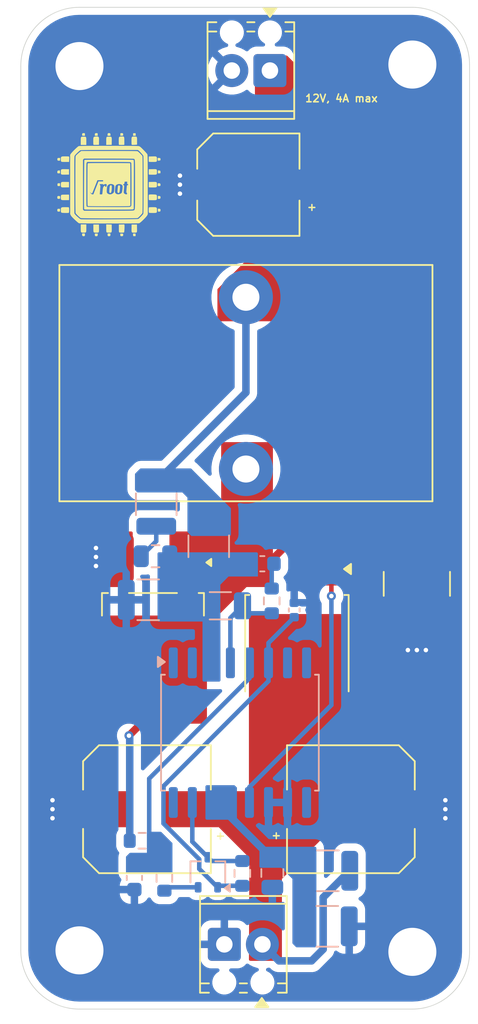
<source format=kicad_pcb>
(kicad_pcb (version 20241229) (generator "pcbnew") (generator_version "9.0")
  (layers (0 "F.Cu" power) (2 "B.Cu" signal) (13 "F.Paste" user) (15 "B.Paste" user) (5 "F.SilkS" user "F.Silkscreen") (7 "B.SilkS" user "B.Silkscreen") (1 "F.Mask" user) (3 "B.Mask" user) (25 "Edge.Cuts" user))
  (net 0 "")
  (net 1 "Vin")
  (net 2 "GND")
  (net 3 "Vout")
  (net 4 "Net-(Q3-B)")
  (net 5 "FB")
  (net 6 "Net-(C4-Pad1)")
  (net 7 "comp")
  (net 8 "Net-(C6-Pad1)")
  (net 9 "Net-(U1-VC)")
  (net 10 "cs")
  (net 11 "Net-(D2-K)")
  (net 12 "Net-(Q1-G)")
  (net 13 "Net-(Q3-E)")
  (net 14 "Net-(Q3-C)")
  (footprint "MountingHole:MountingHole_3.2mm_M3_DIN965_Pad" (layer "F.Cu") (at 154.15 68)
    (property "Reference" "H4" (hide yes))
    (property "Value" "MountingHole_Pad" (hide yes))
    (pad "1" thru_hole circle (at 0 0) (size 5.6 5.6) (drill 3.2) (layers "*.Cu" "*.Mask") (net 2 "GND"))
  )
  (footprint "TerminalBlock_Phoenix:TerminalBlock_Phoenix_MPT-0,5-2-2.54_1x02_P2.54mm_Horizontal" (layer "F.Cu") (at 144.65 68.4 180)
    (property "Reference" "J2" (hide yes))
    (property "Value" "VOUT" (hide yes))
    (pad "" np_thru_hole circle (at 0 2.54 180) (size 1.1 1.1) (drill 1.1) (layers "*.Cu" "*.Mask"))
    (pad "" np_thru_hole circle (at 2.54 2.54 180) (size 1.1 1.1) (drill 1.1) (layers "*.Cu" "*.Mask"))
    (pad "1" thru_hole roundrect (at 0 0 180) (size 2.2 2.2) (drill 1.1) (layers "*.Cu" "*.Mask") (roundrect_rratio 0.113636) (net 3 "Vout"))
    (pad "2" thru_hole circle (at 2.54 0 180) (size 2.2 2.2) (drill 1.1) (layers "*.Cu" "*.Mask") (net 2 "GND"))
  )
  (footprint "Resistor_SMD:R_2816_7142Metric" (layer "F.Cu") (at 154.45 102.5875 90)
    (property "Reference" "R7" (hide yes))
    (property "Value" "200m" (hide yes))
    (pad "1" smd roundrect (at -2.5125 0 90) (size 3.025 4.45) (layers "F.Cu" "F.Mask" "F.Paste") (roundrect_rratio 0.082645) (net 2 "GND"))
    (pad "2" smd roundrect (at 2.5125 0 90) (size 3.025 4.45) (layers "F.Cu" "F.Mask" "F.Paste") (roundrect_rratio 0.082645) (net 11 "Net-(D2-K)"))
  )
  (footprint "Package_TO_SOT_SMD:TO-252-2" (layer "F.Cu") (at 146.45 106.64 -90)
    (property "Reference" "Q1" (hide yes))
    (property "Value" "VND7NV04" (hide yes))
    (pad "1" smd roundrect (at -5.04 -2.28 270) (size 2.2 1.2) (layers "F.Cu" "F.Mask" "F.Paste") (roundrect_rratio 0.208333) (net 12 "Net-(Q1-G)"))
    (pad "2" smd roundrect (at 1.26 0 270) (size 6.4 5.8) (layers "F.Cu" "F.Mask") (roundrect_rratio 0.043103) (net 1 "Vin"))
    (pad "3" smd roundrect (at -5.04 2.28 270) (size 2.2 1.2) (layers "F.Cu" "F.Mask" "F.Paste") (roundrect_rratio 0.208333) (net 11 "Net-(D2-K)"))
  )
  (footprint "MountingHole:MountingHole_3.2mm_M3_DIN965_Pad" (layer "F.Cu") (at 131.95 127)
    (property "Reference" "H3" (hide yes))
    (property "Value" "MountingHole_Pad" (hide yes))
    (pad "1" thru_hole circle (at 0 0) (size 5.6 5.6) (drill 3.2) (layers "*.Cu" "*.Mask") (net 2 "GND"))
  )
  (footprint "TerminalBlock_Phoenix:TerminalBlock_Phoenix_MPT-0,5-2-2.54_1x02_P2.54mm_Horizontal" (layer "F.Cu") (at 141.61 126.6)
    (property "Reference" "J1" (hide yes))
    (property "Value" "VIN" (hide yes))
    (pad "" np_thru_hole circle (at 0 2.54) (size 1.1 1.1) (drill 1.1) (layers "*.Cu" "*.Mask"))
    (pad "" np_thru_hole circle (at 2.54 2.54) (size 1.1 1.1) (drill 1.1) (layers "*.Cu" "*.Mask"))
    (pad "1" thru_hole roundrect (at 0 0) (size 2.2 2.2) (drill 1.1) (layers "*.Cu" "*.Mask") (roundrect_rratio 0.113636) (net 2 "GND"))
    (pad "2" thru_hole circle (at 2.54 0) (size 2.2 2.2) (drill 1.1) (layers "*.Cu" "*.Mask") (net 1 "Vin"))
  )
  (footprint "MountingHole:MountingHole_3.2mm_M3_DIN965_Pad" (layer "F.Cu") (at 131.95 68.1)
    (property "Reference" "H1" (hide yes))
    (property "Value" "MountingHole_Pad" (hide yes))
    (pad "1" thru_hole circle (at 0 0) (size 5.6 5.6) (drill 3.2) (layers "*.Cu" "*.Mask") (net 2 "GND"))
  )
  (footprint "Package_TO_SOT_SMD:TO-252-2_TabPin1" (layer "F.Cu") (at 136.85 106.275 -90)
    (property "Reference" "D2" (hide yes))
    (property "Value" "V6PWL45" (hide yes))
    (pad "1" smd roundrect (at -5.375 -2.3 270) (size 3.5 2) (layers "F.Cu" "F.Mask" "F.Paste") (net 11 "Net-(D2-K)"))
    (pad "1" smd roundrect (at 2.025 0 270) (size 7 7) (layers "F.Cu" "F.Mask") (roundrect_rratio 0.03571428571) (net 11 "Net-(D2-K)"))
    (pad "2" smd roundrect (at -5.375 2.28 270) (size 3.5 2) (layers "F.Cu" "F.Mask" "F.Paste") (net 2 "GND"))
  )
  (footprint "Capacitor_SMD:C_Elec_6.3x7.7" (layer "F.Cu") (at 143.2125 76)
    (property "Reference" "C2" (hide yes))
    (property "Value" "220u" (hide yes))
    (pad "1" smd roundrect (at -2.5375 0) (size 3.325 1.6) (layers "F.Cu" "F.Mask" "F.Paste") (roundrect_rratio 0.15625) (net 2 "GND"))
    (pad "2" smd roundrect (at 2.5375 0) (size 3.325 1.6) (layers "F.Cu" "F.Mask" "F.Paste") (roundrect_rratio 0.15625) (net 3 "Vout"))
  )
  (footprint "Capacitor_SMD:C_Elec_8x10.2" (layer "F.Cu") (at 150.05 117.6 180)
    (property "Reference" "C9" (hide yes))
    (property "Value" "68u" (hide yes))
    (pad "1" smd roundrect (at -3.6 0 180) (size 4.5 2.1) (layers "F.Cu" "F.Mask" "F.Paste") (roundrect_rratio 0.119048) (net 2 "GND"))
    (pad "2" smd roundrect (at 3.6 0 180) (size 4.5 2.1) (layers "F.Cu" "F.Mask" "F.Paste") (roundrect_rratio 0.119048) (net 1 "Vin"))
  )
  (footprint "LOGO" (layer "F.Cu") (at 133.95 76.171421)
    (property "Reference" "G***" (hide yes))
    (property "Value" "LOGO" (hide yes))
  )
  (footprint "Capacitor_SMD:C_Elec_8x10.2" (layer "F.Cu") (at 136.45 117.6)
    (property "Reference" "C1" (hide yes))
    (property "Value" "68u" (hide yes))
    (pad "1" smd roundrect (at -3.6 0) (size 4.5 2.1) (layers "F.Cu" "F.Mask" "F.Paste") (roundrect_rratio 0.119048) (net 2 "GND"))
    (pad "2" smd roundrect (at 3.6 0) (size 4.5 2.1) (layers "F.Cu" "F.Mask" "F.Paste") (roundrect_rratio 0.119048) (net 1 "Vin"))
  )
  (footprint "MountingHole:MountingHole_3.2mm_M3_DIN965_Pad" (layer "F.Cu") (at 154.15 127.1)
    (property "Reference" "H2" (hide yes))
    (property "Value" "MountingHole_Pad" (hide yes))
    (pad "1" thru_hole circle (at 0 0) (size 5.6 5.6) (drill 3.2) (layers "*.Cu" "*.Mask") (net 2 "GND"))
  )
  (footprint "Inductor_THT:L_Toroid_Vertical_L24.6mm_W15.5mm_P11.44mm_Pulse_KM-4" (layer "F.Cu") (at 143.05 94.94 180)
    (property "Reference" "L1" (hide yes))
    (property "Value" "180u" (hide yes))
    (pad "1" thru_hole circle (at 0 0 180) (size 3.6 3.6) (drill 1.8) (layers "*.Cu" "*.Mask") (net 11 "Net-(D2-K)"))
    (pad "2" thru_hole circle (at 0 11.44 180) (size 3.6 3.6) (drill 1.8) (layers "*.Cu" "*.Mask") (net 3 "Vout"))
  )
  (footprint "Capacitor_SMD:C_0805_2012Metric" (layer "B.Cu") (at 137.02 100.75)
    (property "Reference" "C4" (hide yes))
    (property "Value" "22n" (hide yes))
    (pad "1" smd roundrect (at -0.95 0) (size 1 1.45) (layers "B.Cu" "B.Mask" "B.Paste") (net 6 "Net-(C4-Pad1)"))
    (pad "2" smd roundrect (at 0.95 0) (size 1 1.45) (layers "B.Cu" "B.Mask" "B.Paste") (net 5 "FB"))
  )
  (footprint "Resistor_SMD:R_1210_3225Metric" (layer "B.Cu") (at 136.5325 103.65 180)
    (property "Reference" "R1" (hide yes))
    (property "Value" "38k" (hide yes))
    (pad "1" smd roundrect (at -1.4625 0 180) (size 1.125 2.65) (layers "B.Cu" "B.Mask" "B.Paste") (roundrect_rratio 0.222222) (net 5 "FB"))
    (pad "2" smd roundrect (at 1.4625 0 180) (size 1.125 2.65) (layers "B.Cu" "B.Mask" "B.Paste") (roundrect_rratio 0.222222) (net 2 "GND"))
  )
  (footprint "Capacitor_SMD:C_0805_2012Metric" (layer "B.Cu") (at 144.8125 121.85 -90)
    (property "Reference" "C7" (hide yes))
    (property "Value" "0u1" (hide yes))
    (pad "1" smd roundrect (at -0.95 0 270) (size 1 1.45) (layers "B.Cu" "B.Mask" "B.Paste") (net 9 "Net-(U1-VC)"))
    (pad "2" smd roundrect (at 0.95 0 270) (size 1 1.45) (layers "B.Cu" "B.Mask" "B.Paste") (net 2 "GND"))
  )
  (footprint "Resistor_SMD:R_0603_1608Metric" (layer "B.Cu") (at 142.8125 121.875 -90)
    (property "Reference" "R2" (hide yes))
    (property "Value" "8k" (hide yes))
    (pad "1" smd roundrect (at -0.825 0 270) (size 0.8 0.95) (layers "B.Cu" "B.Mask" "B.Paste") (net 14 "Net-(Q3-C)"))
    (pad "2" smd roundrect (at 0.825 0 270) (size 0.8 0.95) (layers "B.Cu" "B.Mask" "B.Paste") (net 4 "Net-(Q3-B)"))
  )
  (footprint "Capacitor_SMD:C_1206_3216Metric" (layer "B.Cu") (at 141.345 104.05)
    (property "Reference" "C5" (hide yes))
    (property "Value" "0u24" (hide yes))
    (pad "1" smd roundrect (at -1.475 0) (size 1.15 1.8) (layers "B.Cu" "B.Mask" "B.Paste") (roundrect_rratio 0.217391) (net 5 "FB"))
    (pad "2" smd roundrect (at 1.475 0) (size 1.15 1.8) (layers "B.Cu" "B.Mask" "B.Paste") (roundrect_rratio 0.217391) (net 7 "comp"))
  )
  (footprint "Resistor_SMD:R_1210_3225Metric" (layer "B.Cu") (at 148.5125 121.7 180)
    (property "Reference" "R4" (hide yes))
    (property "Value" "2k2" (hide yes))
    (pad "1" smd roundrect (at -1.4625 0 180) (size 1.125 2.65) (layers "B.Cu" "B.Mask" "B.Paste") (roundrect_rratio 0.222222) (net 1 "Vin"))
    (pad "2" smd roundrect (at 1.4625 0 180) (size 1.125 2.65) (layers "B.Cu" "B.Mask" "B.Paste") (roundrect_rratio 0.222222) (net 9 "Net-(U1-VC)"))
  )
  (footprint "Resistor_SMD:R_1210_3225Metric" (layer "B.Cu") (at 137.07 97.2875 -90)
    (property "Reference" "R5" (hide yes))
    (property "Value" "6m" (hide yes))
    (pad "1" smd roundrect (at -1.4625 0 270) (size 1.125 2.65) (layers "B.Cu" "B.Mask" "B.Paste") (roundrect_rratio 0.222222) (net 3 "Vout"))
    (pad "2" smd roundrect (at 1.4625 0 270) (size 1.125 2.65) (layers "B.Cu" "B.Mask" "B.Paste") (roundrect_rratio 0.222222) (net 6 "Net-(C4-Pad1)"))
  )
  (footprint "Resistor_SMD:R_1210_3225Metric" (layer "B.Cu") (at 140.57 100.0875 -90)
    (property "Reference" "R3" (hide yes))
    (property "Value" "10k" (hide yes))
    (pad "1" smd roundrect (at -1.4625 0 270) (size 1.125 2.65) (layers "B.Cu" "B.Mask" "B.Paste") (roundrect_rratio 0.222222) (net 3 "Vout"))
    (pad "2" smd roundrect (at 1.4625 0 270) (size 1.125 2.65) (layers "B.Cu" "B.Mask" "B.Paste") (roundrect_rratio 0.222222) (net 5 "FB"))
  )
  (footprint "Package_SO:SOIC-16W_7.5x10.3mm_P1.27mm" (layer "B.Cu") (at 142.65 112.5 -90)
    (property "Reference" "U1" (hide yes))
    (property "Value" "UC3842_SOIC16" (hide yes))
    (pad "1" smd roundrect (at -4.65 4.445 270) (size 2.05 0.6) (layers "B.Cu" "B.Mask" "B.Paste"))
    (pad "2" smd roundrect (at -4.65 3.175 270) (size 2.05 0.6) (layers "B.Cu" "B.Mask" "B.Paste"))
    (pad "3" smd roundrect (at -4.65 1.905 270) (size 2.05 0.6) (layers "B.Cu" "B.Mask" "B.Paste") (net 5 "FB"))
    (pad "4" smd roundrect (at -4.65 0.635 270) (size 2.05 0.6) (layers "B.Cu" "B.Mask" "B.Paste") (net 7 "comp"))
    (pad "5" smd roundrect (at -4.65 -0.635 270) (size 2.05 0.6) (layers "B.Cu" "B.Mask" "B.Paste") (net 10 "cs"))
    (pad "6" smd roundrect (at -4.65 -1.905 270) (size 2.05 0.6) (layers "B.Cu" "B.Mask" "B.Paste") (net 4 "Net-(Q3-B)"))
    (pad "7" smd roundrect (at -4.65 -3.175 270) (size 2.05 0.6) (layers "B.Cu" "B.Mask" "B.Paste"))
    (pad "8" smd roundrect (at -4.65 -4.445 270) (size 2.05 0.6) (layers "B.Cu" "B.Mask" "B.Paste"))
    (pad "9" smd roundrect (at 4.65 -4.445 270) (size 2.05 0.6) (layers "B.Cu" "B.Mask" "B.Paste"))
    (pad "10" smd roundrect (at 4.65 -3.175 270) (size 2.05 0.6) (layers "B.Cu" "B.Mask" "B.Paste") (net 2 "GND"))
    (pad "11" smd roundrect (at 4.65 -1.905 270) (size 2.05 0.6) (layers "B.Cu" "B.Mask" "B.Paste") (net 2 "GND"))
    (pad "12" smd roundrect (at 4.65 -0.635 270) (size 2.05 0.6) (layers "B.Cu" "B.Mask" "B.Paste") (net 12 "Net-(Q1-G)"))
    (pad "13" smd roundrect (at 4.65 0.635 270) (size 2.05 0.6) (layers "B.Cu" "B.Mask" "B.Paste") (net 9 "Net-(U1-VC)"))
    (pad "14" smd roundrect (at 4.65 1.905 270) (size 2.05 0.6) (layers "B.Cu" "B.Mask" "B.Paste") (net 9 "Net-(U1-VC)"))
    (pad "15" smd roundrect (at 4.65 3.175 270) (size 2.05 0.6) (layers "B.Cu" "B.Mask" "B.Paste") (net 14 "Net-(Q3-C)"))
    (pad "16" smd roundrect (at 4.65 4.445 270) (size 2.05 0.6) (layers "B.Cu" "B.Mask" "B.Paste"))
  )
  (footprint "Resistor_SMD:R_1210_3225Metric" (layer "B.Cu") (at 148.475 125.4)
    (property "Reference" "R8" (hide yes))
    (property "Value" "2k2" (hide yes))
    (pad "1" smd roundrect (at -1.4625 0) (size 1.125 2.65) (layers "B.Cu" "B.Mask" "B.Paste") (roundrect_rratio 0.222222) (net 9 "Net-(U1-VC)"))
    (pad "2" smd roundrect (at 1.4625 0) (size 1.125 2.65) (layers "B.Cu" "B.Mask" "B.Paste") (roundrect_rratio 0.222222) (net 2 "GND"))
  )
  (footprint "Resistor_SMD:R_0603_1608Metric" (layer "B.Cu") (at 136.125 119.7 180)
    (property "Reference" "R9" (hide yes))
    (property "Value" "3k3" (hide yes))
    (pad "1" smd roundrect (at -0.825 0 180) (size 0.8 0.95) (layers "B.Cu" "B.Mask" "B.Paste") (net 10 "cs"))
    (pad "2" smd roundrect (at 0.825 0 180) (size 0.8 0.95) (layers "B.Cu" "B.Mask" "B.Paste") (net 11 "Net-(D2-K)"))
  )
  (footprint "Package_TO_SOT_SMD:SOT-323_SC-70" (layer "B.Cu") (at 140.5125 121.8 90)
    (property "Reference" "Q3" (hide yes))
    (property "Value" "BC818W" (hide yes))
    (pad "1" smd roundrect (at -1 0.65 180) (size 0.45 0.7) (layers "B.Cu" "B.Mask" "B.Paste") (net 4 "Net-(Q3-B)"))
    (pad "2" smd roundrect (at -1 -0.65 180) (size 0.45 0.7) (layers "B.Cu" "B.Mask" "B.Paste") (net 13 "Net-(Q3-E)"))
    (pad "3" smd roundrect (at 1 0 180) (size 0.45 0.7) (layers "B.Cu" "B.Mask" "B.Paste") (net 14 "Net-(Q3-C)"))
  )
  (footprint "Resistor_SMD:R_0603_1608Metric" (layer "B.Cu") (at 137.6125 122.2 -90)
    (property "Reference" "R10" (hide yes))
    (property "Value" "330" (hide yes))
    (pad "1" smd roundrect (at -0.825 0 270) (size 0.8 0.95) (layers "B.Cu" "B.Mask" "B.Paste") (net 10 "cs"))
    (pad "2" smd roundrect (at 0.825 0 270) (size 0.8 0.95) (layers "B.Cu" "B.Mask" "B.Paste") (net 13 "Net-(Q3-E)"))
  )
  (footprint "Capacitor_SMD:C_0603_1608Metric" (layer "B.Cu") (at 135.6125 122.175 -90)
    (property "Reference" "C8" (hide yes))
    (property "Value" "10n" (hide yes))
    (pad "1" smd roundrect (at -0.775 0 270) (size 0.9 0.95) (layers "B.Cu" "B.Mask" "B.Paste") (net 10 "cs"))
    (pad "2" smd roundrect (at 0.775 0 270) (size 0.9 0.95) (layers "B.Cu" "B.Mask" "B.Paste") (net 2 "GND"))
  )
  (footprint "Capacitor_SMD:C_0402_1005Metric" (layer "B.Cu") (at 146.27 104.33 90)
    (property "Reference" "C3" (hide yes))
    (property "Value" "2.2n" (hide yes))
    (pad "1" smd roundrect (at -0.48 0 90) (size 0.56 0.62) (layers "B.Cu" "B.Mask" "B.Paste") (net 4 "Net-(Q3-B)"))
    (pad "2" smd roundrect (at 0.48 0 90) (size 0.56 0.62) (layers "B.Cu" "B.Mask" "B.Paste") (net 2 "GND"))
  )
  (footprint "Capacitor_SMD:C_0603_1608Metric" (layer "B.Cu") (at 144.145 101.25 180)
    (property "Reference" "C6" (hide yes))
    (property "Value" "4n" (hide yes))
    (pad "1" smd roundrect (at -0.775 0 180) (size 0.9 0.95) (layers "B.Cu" "B.Mask" "B.Paste") (net 8 "Net-(C6-Pad1)"))
    (pad "2" smd roundrect (at 0.775 0 180) (size 0.9 0.95) (layers "B.Cu" "B.Mask" "B.Paste") (net 5 "FB"))
  )
  (footprint "Resistor_SMD:R_0603_1608Metric" (layer "B.Cu") (at 144.77 103.725 90)
    (property "Reference" "R6" (hide yes))
    (property "Value" "800" (hide yes))
    (pad "1" smd roundrect (at -0.825 0 90) (size 0.8 0.95) (layers "B.Cu" "B.Mask" "B.Paste") (net 7 "comp"))
    (pad "2" smd roundrect (at 0.825 0 90) (size 0.8 0.95) (layers "B.Cu" "B.Mask" "B.Paste") (net 8 "Net-(C6-Pad1)"))
  )
  (gr_rect (start 151.45 116.5) (end 156.55 118.7) (stroke (width 0.2)) (fill yes) (layer "F.Cu") (net 2))
  (gr_poly (pts (xy 135.05 116.5) (xy 135.05 118.7) (xy 129.95 118.7) (xy 129.95 116.5)) (stroke (width 0.2)) (fill yes) (layer "F.Cu") (net 2))
  (gr_poly (pts (xy 149.35 104.7) (xy 143.55 104.7) (xy 143.35 104.9) (xy 143.35 116.4) (xy 143.45 116.5) (xy 148.85 116.5) (xy 149.35 116)) (stroke (width 0.2)) (fill yes) (layer "F.Cu") (net 1))
  (gr_poly (pts (xy 142.25 75.1) (xy 142.25 76.9) (xy 138.45 76.9) (xy 138.45 75.1)) (stroke (width 0.2)) (fill yes) (layer "F.Cu") (net 2))
  (gr_rect (start 132.85 99.2) (end 135.4 102.7) (stroke (width 0.2)) (fill yes) (layer "F.Cu") (net 2))
  (gr_rect (start 152.15 103.5) (end 156.85 107.2) (stroke (width 0.2)) (fill yes) (layer "F.Cu") (net 2))
  (gr_poly (pts (xy 145.35 127.6) (xy 143.55 127.6) (xy 143.350858 127.6) (xy 143.380001 120.800001) (xy 141.28 118.7) (xy 137.75 118.7) (xy 137.75 116.5) (xy 148.85 116.5) (xy 148.85 118.7) (xy 145.35 122.2)) (stroke (width 0.2)) (fill yes) (layer "F.Cu") (net 1))
  (gr_poly (pts (xy 133.35 111.8) (xy 140.35 111.8) (xy 140.35 105.4) (xy 143.05 102.7) (xy 144.75 102.7) (xy 144.75 99.2) (xy 138.15 99.2) (xy 138.05 99.3) (xy 138.05 104.8) (xy 133.35 104.8)) (stroke (width 0.2)) (fill yes) (layer "F.Cu") (net 11))
  (gr_poly (pts (xy 141.5 93.25) (xy 141.5 99.25) (xy 144.7 99.25) (xy 144.75 99.2) (xy 144.75 93.25) (xy 143.75 93.25)) (stroke (width 0.2)) (fill yes) (layer "F.Cu") (net 11))
  (gr_poly (pts (xy 143.75 67.5) (xy 143.75 80.5) (xy 141.25 83) (xy 141.25 85) (xy 144.75 85) (xy 147.25 82.5) (xy 147.25 69) (xy 145.75 67.5)) (stroke (width 0.2)) (fill yes) (layer "F.Cu") (net 3))
  (gr_poly (pts (xy 140.45 118.2) (xy 142.35 118.2) (xy 142.35 116.2) (xy 142.25 116.1) (xy 140.45 116.1)) (stroke (width 0.2)) (fill yes) (layer "B.Cu") (net 9))
  (gr_poly (pts (xy 137.254492 104.999993) (xy 140.254492 104.999993) (xy 140.254492 108.999993) (xy 140.754492 108.999993) (xy 141.254492 108.999993) (xy 141.244915 102.60457) (xy 141.849492 101.999993) (xy 143.254492 101.999993) (xy 143.75 102) (xy 143.75 100.587493) (xy 137.254492 100.587493)) (stroke (width 0.2)) (fill yes) (layer "B.Cu") (net 5))
  (gr_poly (pts (xy 147.65 126.7) (xy 146.45 126.7) (xy 146.25 126.5) (xy 146.25 122.2) (xy 145.45 121.4) (xy 144.05 121.4) (xy 144.05 120.3) (xy 144.15 120.2) (xy 147.65 120.2) (xy 147.65 120.6)) (stroke (width 0.2)) (fill yes) (layer "B.Cu") (net 9))
  (gr_poly (pts (xy 136.55 119.2) (xy 137.35 119.2) (xy 138.05 119.9) (xy 138.05 121.8) (xy 135.15 121.8) (xy 135.15 120.8) (xy 135.35 120.6) (xy 136.55 120.6)) (stroke (width 0.2)) (fill yes) (layer "B.Cu") (net 10))
  (gr_poly (pts (xy 135.85 96.4) (xy 138.85 96.4) (xy 139.25 96.8) (xy 139.25 99.1) (xy 139.45 99.3) (xy 141.95 99.3) (xy 141.95 97.6) (xy 139.35 95) (xy 136.05 95) (xy 135.75 95.3) (xy 135.75 96.3)) (stroke (width 0.2)) (fill yes) (layer "B.Cu") (net 3))
  (gr_arc (start 128.037067 68.1) (mid 129.183139 65.333139) (end 131.95 64.187067) (stroke (width 0.05)) (layer "Edge.Cuts"))
  (gr_line (start 128.037067 68.1) (end 128.037067 127) (stroke (width 0.05)) (layer "Edge.Cuts"))
  (gr_line (start 157.962933 68) (end 157.962933 127.1) (stroke (width 0.05)) (layer "Edge.Cuts"))
  (gr_arc (start 157.962933 127.1) (mid 156.846151 129.796151) (end 154.15 130.912933) (stroke (width 0.05)) (layer "Edge.Cuts"))
  (gr_line (start 154.15 130.912933) (end 131.95 130.912933) (stroke (width 0.05)) (layer "Edge.Cuts"))
  (gr_arc (start 154.15 64.187067) (mid 156.846151 65.303849) (end 157.962933 68) (stroke (width 0.05)) (layer "Edge.Cuts"))
  (gr_arc (start 131.95 130.912933) (mid 129.183139 129.766861) (end 128.037067 127) (stroke (width 0.05)) (layer "Edge.Cuts"))
  (gr_line (start 154.15 64.187067) (end 131.95 64.187067) (stroke (width 0.05)) (layer "Edge.Cuts"))
  (gr_text "+" (at 147.075 77.775 0) (layer "F.SilkS") (effects (font (size 0.5 0.5) (thickness 0.1)) (justify left bottom)))
  (gr_text "+" (at 144.7 119.625 0) (layer "F.SilkS") (effects (font (size 0.5 0.5) (thickness 0.1)) (justify left bottom)))
  (gr_text "12V, 4A max\n\n" (at 146.95 71.35 0) (layer "F.SilkS") (effects (font (size 0.5 0.5) (thickness 0.1)) (justify left bottom)))
  (gr_text "+" (at 140.975 119.65 0) (layer "F.SilkS") (effects (font (size 0.5 0.5) (thickness 0.1)) (justify left bottom)))
  (segment (start 149.975 121.7) (end 148.201 123.474) (width 0.5) (layer "B.Cu") (net 1))
  (segment (start 148.201 123.474) (end 148.201 126.928232) (width 0.5) (layer "B.Cu") (net 1))
  (segment (start 148.201 126.928232) (end 147.429233 127.699999) (width 0.5) (layer "B.Cu") (net 1))
  (segment (start 147.429233 127.699999) (end 145.249999 127.699999) (width 0.5) (layer "B.Cu") (net 1))
  (segment (start 145.249999 127.699999) (end 144.15 126.6) (width 0.5) (layer "B.Cu") (net 1))
  (via (at 138.65 76) (size 0.6) (drill 0.3) (layers "F.Cu" "B.Cu") (net 2))
  (via (at 130.15 118.2) (size 0.6) (drill 0.3) (layers "F.Cu" "B.Cu") (net 2))
  (via (at 155.05 107) (size 0.6) (drill 0.3) (layers "F.Cu" "B.Cu") (net 2))
  (via (at 133.05 100.8) (size 0.6) (drill 0.3) (layers "F.Cu" "B.Cu") (net 2))
  (via (at 133.05 100.2) (size 0.6) (drill 0.3) (layers "F.Cu" "B.Cu") (net 2))
  (via (at 133.05 101.4) (size 0.6) (drill 0.3) (layers "F.Cu" "B.Cu") (net 2))
  (via (at 153.85 107) (size 0.6) (drill 0.3) (layers "F.Cu" "B.Cu") (net 2))
  (via (at 156.35 117) (size 0.6) (drill 0.3) (layers "F.Cu" "B.Cu") (net 2))
  (via (at 156.35 117.6) (size 0.6) (drill 0.3) (layers "F.Cu" "B.Cu") (net 2))
  (via (at 130.15 117.6) (size 0.6) (drill 0.3) (layers "F.Cu" "B.Cu") (net 2))
  (via (at 130.15 117) (size 0.6) (drill 0.3) (layers "F.Cu" "B.Cu") (net 2))
  (via (at 154.45 107) (size 0.6) (drill 0.3) (layers "F.Cu" "B.Cu") (net 2))
  (via (at 138.65 76.6) (size 0.6) (drill 0.3) (layers "F.Cu" "B.Cu") (net 2))
  (via (at 156.35 118.2) (size 0.6) (drill 0.3) (layers "F.Cu" "B.Cu") (net 2))
  (via (at 138.65 75.4) (size 0.6) (drill 0.3) (layers "F.Cu" "B.Cu") (net 2))
  (segment (start 137.07 95.825) (end 143.05 89.845) (width 0.5) (layer "B.Cu") (net 3))
  (segment (start 143.05 89.845) (end 143.05 83.5) (width 0.5) (layer "B.Cu") (net 3))
  (segment (start 139.9365 121.574) (end 141.1625 122.8) (width 0.3) (layer "B.Cu") (net 4))
  (segment (start 139.9365 120.93252) (end 139.9365 121.574) (width 0.3) (layer "B.Cu") (net 4))
  (segment (start 144.555 106.525) (end 144.555 107.85) (width 0.3) (layer "B.Cu") (net 4))
  (segment (start 142.8125 122.7) (end 141.2625 122.7) (width 0.3) (layer "B.Cu") (net 4))
  (segment (start 141.2625 122.7) (end 141.1625 122.8) (width 0.3) (layer "B.Cu") (net 4))
  (segment (start 137.554 118.55002) (end 139.9365 120.93252) (width 0.3) (layer "B.Cu") (net 4))
  (segment (start 144.555 107.85) (end 144.555 109.062322) (width 0.3) (layer "B.Cu") (net 4))
  (segment (start 137.554 116.063322) (end 137.554 118.55002) (width 0.3) (layer "B.Cu") (net 4))
  (segment (start 144.555 109.062322) (end 137.554 116.063322) (width 0.3) (layer "B.Cu") (net 4))
  (segment (start 146.27 104.81) (end 144.555 106.525) (width 0.3) (layer "B.Cu") (net 4))
  (segment (start 137.07 98.75) (end 137.07 99.75) (width 0.3) (layer "B.Cu") (net 6))
  (segment (start 137.07 99.75) (end 136.07 100.75) (width 0.3) (layer "B.Cu") (net 6))
  (segment (start 142.015 104.855) (end 142.82 104.05) (width 0.3) (layer "B.Cu") (net 7))
  (segment (start 143.32 104.55) (end 142.82 104.05) (width 0.3) (layer "B.Cu") (net 7))
  (segment (start 142.015 107.85) (end 142.015 104.855) (width 0.3) (layer "B.Cu") (net 7))
  (segment (start 144.77 104.55) (end 143.32 104.55) (width 0.3) (layer "B.Cu") (net 7))
  (segment (start 144.77 102.9) (end 144.77 101.4) (width 0.3) (layer "B.Cu") (net 8))
  (segment (start 144.77 101.4) (end 144.92 101.25) (width 0.3) (layer "B.Cu") (net 8))
  (segment (start 144.8125 120.9) (end 142.015 118.1025) (width 0.5) (layer "B.Cu") (net 9))
  (segment (start 141.4 117.4875) (end 141.4 117.15) (width 0.5) (layer "B.Cu") (net 9))
  (segment (start 142.015 118.1025) (end 142.015 117.15) (width 0.5) (layer "B.Cu") (net 9))
  (segment (start 143.285 107.85) (end 143.285 108.874999) (width 0.3) (layer "B.Cu") (net 10))
  (segment (start 143.285 108.874999) (end 136.6 115.559999) (width 0.3) (layer "B.Cu") (net 10))
  (segment (start 136.6 115.559999) (end 136.6 120.5) (width 0.3) (layer "B.Cu") (net 10))
  (segment (start 144.17 101.6) (end 147.207499 98.562501) (width 0.5) (layer "F.Cu") (net 11))
  (segment (start 136.85 111.1) (end 136.85 108.3) (width 0.5) (layer "F.Cu") (net 11))
  (segment (start 147.207499 98.562501) (end 152.937501 98.562501) (width 0.5) (layer "F.Cu") (net 11))
  (segment (start 152.937501 98.562501) (end 154.45 100.075) (width 0.5) (layer "F.Cu") (net 11))
  (segment (start 135.25 112.7) (end 136.85 111.1) (width 0.5) (layer "F.Cu") (net 11))
  (via (at 135.25 112.7) (size 0.6) (drill 0.3) (layers "F.Cu" "B.Cu") (net 11))
  (segment (start 135.3 112.75) (end 135.25 112.7) (width 0.5) (layer "B.Cu") (net 11))
  (segment (start 135.3 119.7) (end 135.3 112.75) (width 0.5) (layer "B.Cu") (net 11))
  (segment (start 148.75 103.4) (end 148.75 101.62) (width 0.3) (layer "F.Cu") (net 12))
  (segment (start 148.75 101.62) (end 148.73 101.6) (width 0.3) (layer "F.Cu") (net 12))
  (via (at 148.75 103.4) (size 0.6) (drill 0.3) (layers "F.Cu" "B.Cu") (net 12))
  (segment (start 143.285 117.15) (end 143.285 116.125001) (width 0.3) (layer "B.Cu") (net 12))
  (segment (start 148.75 110.660001) (end 148.75 103.4) (width 0.3) (layer "B.Cu") (net 12))
  (segment (start 143.285 116.125001) (end 148.75 110.660001) (width 0.3) (layer "B.Cu") (net 12))
  (segment (start 139.8625 122.8) (end 137.8375 122.8) (width 0.3) (layer "B.Cu") (net 13))
  (segment (start 137.8375 122.8) (end 137.6125 123.025) (width 0.3) (layer "B.Cu") (net 13))
  (segment (start 139.475 119.7625) (end 139.475 117.15) (width 0.3) (layer "B.Cu") (net 14))
  (segment (start 142.8125 121.05) (end 140.7625 121.05) (width 0.3) (layer "B.Cu") (net 14))
  (segment (start 140.5125 120.8) (end 139.475 119.7625) (width 0.3) (layer "B.Cu") (net 14))
  (segment (start 140.7625 121.05) (end 140.5125 120.8) (width 0.3) (layer "B.Cu") (net 14))
  (zone (net 2) (net_name "GND") (layer "B.Cu") (connect_pads (clearance 0.5)) (min_thickness 0.25) (fill yes (thermal_gap 0.5) (thermal_bridge_width 0.5))
    (polygon (pts (xy 158.55 63.7) (xy 158.55 130.9) (xy 157.55 131.9) (xy 126.65 131.9) (xy 126.65 64.4) (xy 127.35 63.7)))
  )
)
</source>
